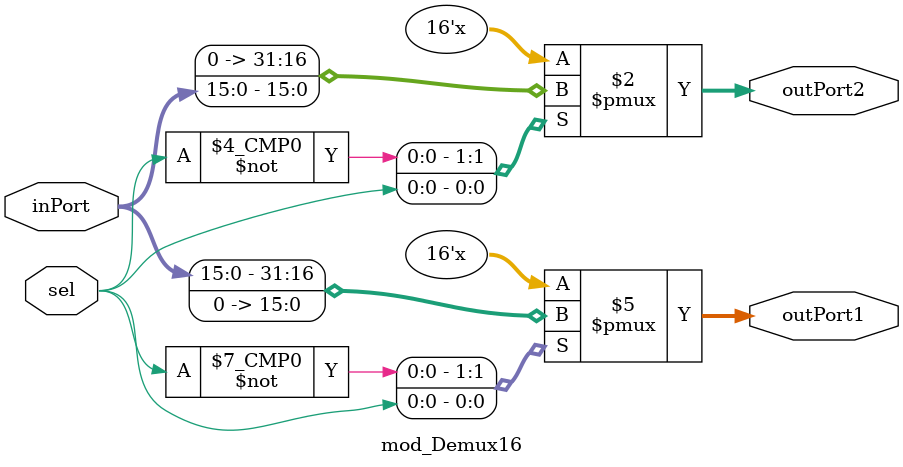
<source format=v>
`timescale 1ns / 1ps
module mod_Demux16(inPort,outPort1,outPort2,sel);
    input [15:0] inPort;
    output [15:0] outPort1;
    output [15:0] outPort2;
    input sel;
    reg [15:0] outPort1;
    reg [15:0] outPort2;

	 always @(sel,inPort)
	 begin
		case(sel)
			1'b0 : begin
						outPort1 = inPort;
						outPort2 = 16'd0;
					 end
			1'b1 : begin
						outPort1 = 16'd0;
						outPort2 = inPort;					
					 end
		endcase
	 end


endmodule

</source>
